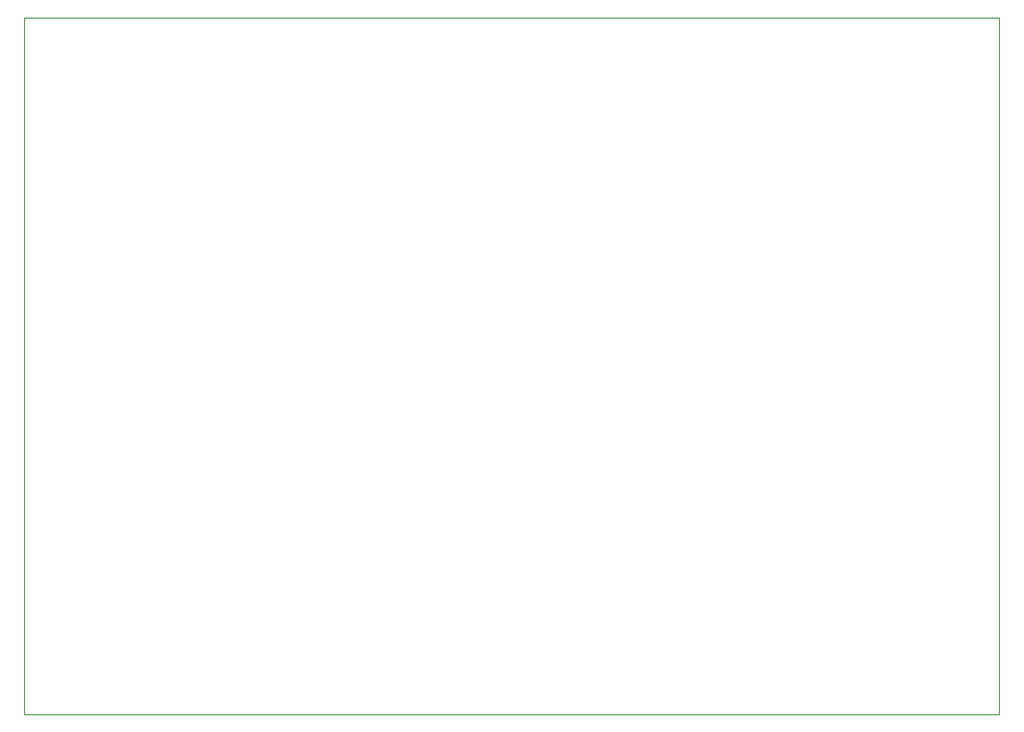
<source format=gbr>
G04*
G04 #@! TF.GenerationSoftware,Altium Limited,Altium Designer,24.1.2 (44)*
G04*
G04 Layer_Color=0*
%FSLAX44Y44*%
%MOMM*%
G71*
G04*
G04 #@! TF.SameCoordinates,D001C995-844A-49CF-98A3-68F74957D7C1*
G04*
G04*
G04 #@! TF.FilePolarity,Positive*
G04*
G01*
G75*
%ADD42C,0.0254*%
D42*
X0Y-1270D02*
X889000D01*
Y635000D01*
X0D01*
Y-1270D01*
M02*

</source>
